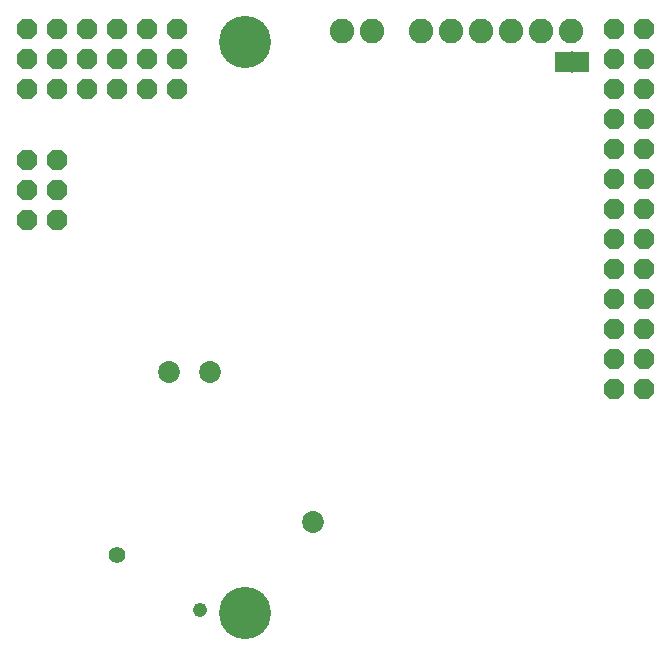
<source format=gbs>
G75*
G70*
%OFA0B0*%
%FSLAX24Y24*%
%IPPOS*%
%LPD*%
%AMOC8*
5,1,8,0,0,1.08239X$1,22.5*
%
%ADD10C,0.0820*%
%ADD11OC8,0.0690*%
%ADD12OC8,0.0680*%
%ADD13R,0.0540X0.0710*%
%ADD14R,0.0060X0.0720*%
%ADD15C,0.0555*%
%ADD16C,0.0730*%
%ADD17C,0.0476*%
%ADD18C,0.1740*%
D10*
X011653Y023386D03*
X012653Y023386D03*
X014293Y023411D03*
X015293Y023411D03*
X016293Y023411D03*
X017293Y023411D03*
X018293Y023411D03*
X019293Y023411D03*
D11*
X002153Y019111D03*
X002153Y018111D03*
X002153Y017111D03*
X001153Y017111D03*
X001153Y018111D03*
X001153Y019111D03*
D12*
X001153Y021461D03*
X002153Y021461D03*
X003153Y021461D03*
X003153Y022461D03*
X003153Y023461D03*
X002153Y023461D03*
X002153Y022461D03*
X001153Y022461D03*
X001153Y023461D03*
X004153Y023461D03*
X005153Y023461D03*
X005153Y022461D03*
X005153Y021461D03*
X004153Y021461D03*
X004153Y022461D03*
X006153Y022461D03*
X006153Y021461D03*
X006153Y023461D03*
X020703Y023461D03*
X020703Y022461D03*
X020703Y021461D03*
X020703Y020461D03*
X021703Y020461D03*
X021703Y021461D03*
X021703Y022461D03*
X021703Y023461D03*
X021703Y019461D03*
X021703Y018461D03*
X021703Y017461D03*
X021703Y016461D03*
X021703Y015461D03*
X021703Y014461D03*
X021703Y013461D03*
X021703Y012461D03*
X021703Y011461D03*
X020703Y011461D03*
X020703Y012461D03*
X020703Y013461D03*
X020703Y014461D03*
X020703Y015461D03*
X020703Y016461D03*
X020703Y017461D03*
X020703Y018461D03*
X020703Y019461D03*
D13*
X019628Y022371D03*
X019028Y022371D03*
D14*
X019328Y022371D03*
D15*
X004153Y005936D03*
D16*
X005873Y012046D03*
X007253Y012046D03*
X010673Y007026D03*
D17*
X006923Y004096D03*
D18*
X008403Y003986D03*
X008403Y023036D03*
M02*

</source>
